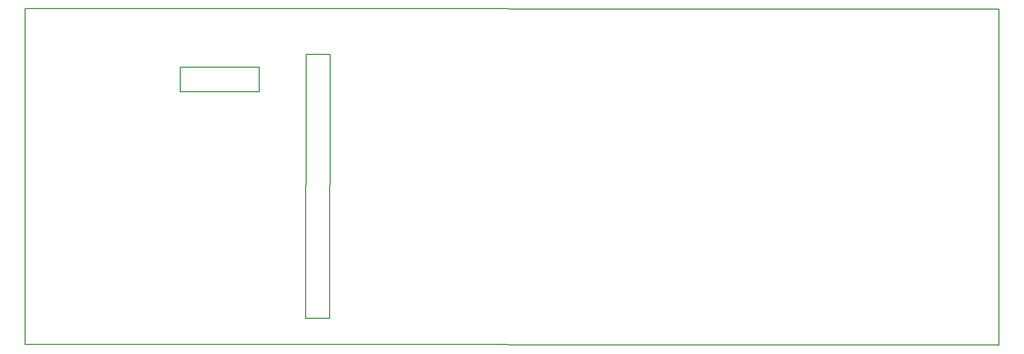
<source format=gbr>
G04 #@! TF.GenerationSoftware,KiCad,Pcbnew,(6.0.7-1)-1*
G04 #@! TF.CreationDate,2023-05-21T10:16:02+10:00*
G04 #@! TF.ProjectId,NEW_STANDBY_SHEILD,4e45575f-5354-4414-9e44-42595f534845,rev?*
G04 #@! TF.SameCoordinates,Original*
G04 #@! TF.FileFunction,Profile,NP*
%FSLAX46Y46*%
G04 Gerber Fmt 4.6, Leading zero omitted, Abs format (unit mm)*
G04 Created by KiCad (PCBNEW (6.0.7-1)-1) date 2023-05-21 10:16:02*
%MOMM*%
%LPD*%
G01*
G04 APERTURE LIST*
G04 #@! TA.AperFunction,Profile*
%ADD10C,0.150000*%
G04 #@! TD*
G04 APERTURE END LIST*
D10*
X124841000Y-121666000D02*
X279500000Y-121750000D01*
X149479000Y-77597000D02*
X149606000Y-77597000D01*
X169418000Y-117500400D02*
X169468800Y-75590400D01*
X124841000Y-68326000D02*
X279450000Y-68350000D01*
X173228000Y-117500400D02*
X169418000Y-117500400D01*
X149606000Y-77597000D02*
X162052000Y-77597000D01*
X149479000Y-81534000D02*
X149479000Y-77597000D01*
X173278800Y-75590400D02*
X173228000Y-117500400D01*
X162052000Y-81534000D02*
X149479000Y-81534000D01*
X279500000Y-121750000D02*
X279450000Y-68350000D01*
X124841000Y-68326000D02*
X124841000Y-121666000D01*
X169468800Y-75590400D02*
X173278800Y-75590400D01*
X162052000Y-77597000D02*
X162052000Y-81534000D01*
M02*

</source>
